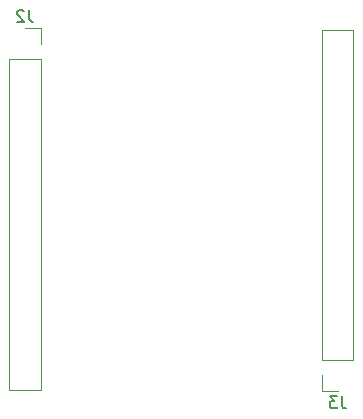
<source format=gbr>
%TF.GenerationSoftware,KiCad,Pcbnew,(5.1.6)-1*%
%TF.CreationDate,2020-10-29T20:04:16+01:00*%
%TF.ProjectId,atmega8breakeout,61746d65-6761-4386-9272-65616b656f75,rev?*%
%TF.SameCoordinates,Original*%
%TF.FileFunction,Legend,Bot*%
%TF.FilePolarity,Positive*%
%FSLAX46Y46*%
G04 Gerber Fmt 4.6, Leading zero omitted, Abs format (unit mm)*
G04 Created by KiCad (PCBNEW (5.1.6)-1) date 2020-10-29 20:04:16*
%MOMM*%
%LPD*%
G01*
G04 APERTURE LIST*
%ADD10C,0.120000*%
%ADD11C,0.150000*%
G04 APERTURE END LIST*
D10*
%TO.C,J2*%
X144660000Y-52930000D02*
X143330000Y-52930000D01*
X144660000Y-54260000D02*
X144660000Y-52930000D01*
X144660000Y-55530000D02*
X142000000Y-55530000D01*
X142000000Y-55530000D02*
X142000000Y-83530000D01*
X144660000Y-55530000D02*
X144660000Y-83530000D01*
X144660000Y-83530000D02*
X142000000Y-83530000D01*
%TO.C,J3*%
X168470000Y-53020000D02*
X171130000Y-53020000D01*
X168470000Y-81020000D02*
X168470000Y-53020000D01*
X171130000Y-81020000D02*
X171130000Y-53020000D01*
X168470000Y-81020000D02*
X171130000Y-81020000D01*
X168470000Y-82290000D02*
X168470000Y-83620000D01*
X168470000Y-83620000D02*
X169800000Y-83620000D01*
%TO.C,J2*%
D11*
X143663333Y-51382380D02*
X143663333Y-52096666D01*
X143710952Y-52239523D01*
X143806190Y-52334761D01*
X143949047Y-52382380D01*
X144044285Y-52382380D01*
X143234761Y-51477619D02*
X143187142Y-51430000D01*
X143091904Y-51382380D01*
X142853809Y-51382380D01*
X142758571Y-51430000D01*
X142710952Y-51477619D01*
X142663333Y-51572857D01*
X142663333Y-51668095D01*
X142710952Y-51810952D01*
X143282380Y-52382380D01*
X142663333Y-52382380D01*
%TO.C,J3*%
X170133333Y-84072380D02*
X170133333Y-84786666D01*
X170180952Y-84929523D01*
X170276190Y-85024761D01*
X170419047Y-85072380D01*
X170514285Y-85072380D01*
X169752380Y-84072380D02*
X169133333Y-84072380D01*
X169466666Y-84453333D01*
X169323809Y-84453333D01*
X169228571Y-84500952D01*
X169180952Y-84548571D01*
X169133333Y-84643809D01*
X169133333Y-84881904D01*
X169180952Y-84977142D01*
X169228571Y-85024761D01*
X169323809Y-85072380D01*
X169609523Y-85072380D01*
X169704761Y-85024761D01*
X169752380Y-84977142D01*
%TD*%
M02*

</source>
